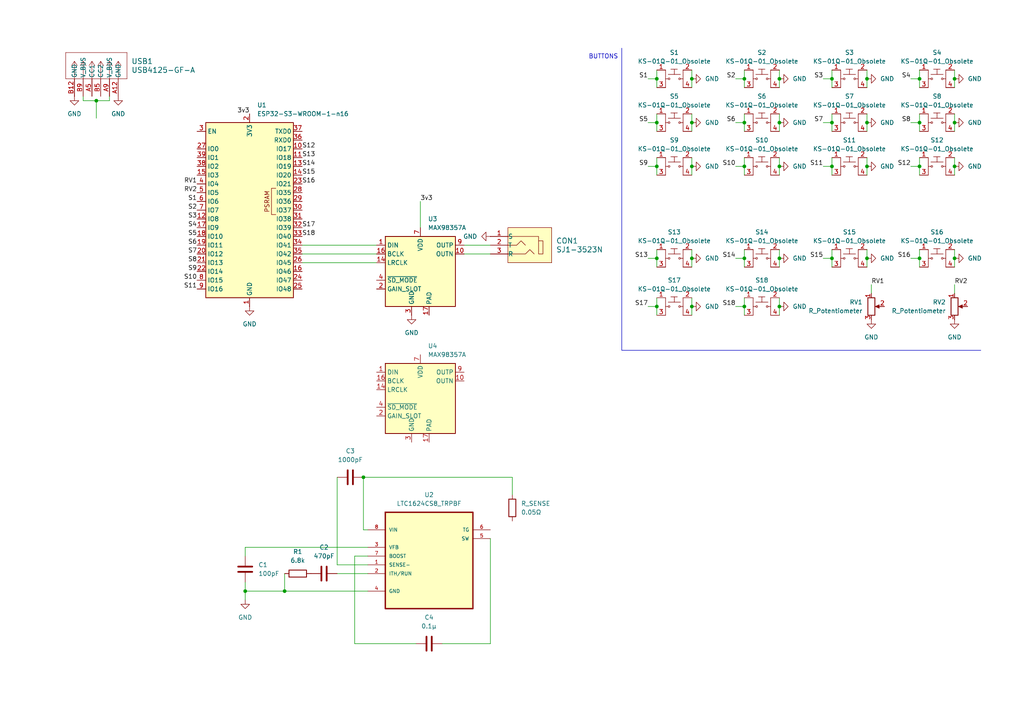
<source format=kicad_sch>
(kicad_sch (version 20231120) (generator "eeschema") (generator_version "8.0")
  (paper "A4")
  (lib_symbols
    (symbol "Audio:MAX98357A"
      (property "Reference" "U" (at -8.89 11.43 0))
      (property "Value" "MAX98357A" (at 10.16 11.43 0))
      (symbol "MAX98357A_1_1"
        (pin input line (at -12.7 7.62 0) (length 2.54) (name "DIN") (number "1"))
        (pin output line (at 12.7 5.08 180) (length 2.54) (name "OUTN") (number "10"))
        (pin passive line (at -2.54 -12.7 90) (length 2.54) hide (name "GND") (number "11"))
        (pin no_connect line (at 10.16 -5.08 180) (length 2.54) hide (name "NC") (number "12"))
        (pin no_connect line (at 10.16 -7.62 180) (length 2.54) hide (name "NC") (number "13"))
        (pin input line (at -12.7 2.54 0) (length 2.54) (name "LRCLK") (number "14"))
        (pin passive line (at -2.54 -12.7 90) (length 2.54) hide (name "GND") (number "15"))
        (pin input line (at -12.7 5.08 0) (length 2.54) (name "BCLK") (number "16"))
        (pin unspecified line (at 2.54 -12.7 90) (length 2.54) (name "PAD") (number "17"))
        (pin passive line (at -12.7 -5.08 0) (length 2.54) (name "GAIN_SLOT") (number "2"))
        (pin power_in line (at -2.54 -12.7 90) (length 2.54) (name "GND") (number "3"))
        (pin input line (at -12.7 -2.54 0) (length 2.54) (name "~{SD_MODE}") (number "4"))
        (pin no_connect line (at 10.16 2.54 180) (length 2.54) hide (name "NC") (number "5"))
        (pin no_connect line (at 10.16 0 180) (length 2.54) hide (name "NC") (number "6"))
        (pin power_in line (at 0 12.7 270) (length 2.54) (name "VDD") (number "7"))
        (pin passive line (at 0 12.7 270) (length 2.54) hide (name "VDD") (number "8"))
        (pin output line (at 12.7 7.62 180) (length 2.54) (name "OUTP") (number "9"))
      )
    )
    (symbol "Device:C" (pin_numbers hide) (pin_names (offset 0.254))
      (property "Reference" "C" (at 0.635 2.54 0))
      (property "Value" "C" (at 0.635 -2.54 0))
      (symbol "C_1_1"
        (pin passive line (at 0 3.81 270) (length 2.794) (name "~") (number "1"))
        (pin passive line (at 0 -3.81 90) (length 2.794) (name "~") (number "2"))
      )
    )
    (symbol "Device:R" (pin_numbers hide) (pin_names (offset 0))
      (property "Reference" "R" (at 2.032 0 90))
      (property "Value" "R" (at 0 0 90))
      (symbol "R_1_1"
        (pin passive line (at 0 3.81 270) (length 1.27) (name "~") (number "1"))
        (pin passive line (at 0 -3.81 90) (length 1.27) (name "~") (number "2"))
      )
    )
    (symbol "Device:R_Potentiometer" (pin_names (offset 1.016) hide)
      (property "Reference" "RV" (at -4.445 0 90))
      (property "Value" "R_Potentiometer" (at -2.54 0 90))
      (symbol "R_Potentiometer_1_1"
        (pin passive line (at 0 3.81 270) (length 1.27) (name "1") (number "1"))
        (pin passive line (at 3.81 0 180) (length 1.27) (name "2") (number "2"))
        (pin passive line (at 0 -3.81 90) (length 1.27) (name "3") (number "3"))
      )
    )
    (symbol "LTC1624CS8_TRPBF:LTC1624CS8_TRPBF" (pin_names (offset 1.016))
      (property "Reference" "U" (at -4.985 13.0984 0))
      (property "Value" "LTC1624CS8_TRPBF" (at -5.998 -22.0351 0))
      (symbol "LTC1624CS8_TRPBF_0_0"
        (pin input line (at -17.78 -5.08 0) (length 5.08) (name "SENSE-") (number "1"))
        (pin input line (at -17.78 -7.62 0) (length 5.08) (name "ITH/RUN") (number "2"))
        (pin input line (at -17.78 0 0) (length 5.08) (name "VFB") (number "3"))
        (pin passive line (at -17.78 -12.7 0) (length 5.08) (name "GND") (number "4"))
        (pin passive line (at 17.78 2.54 180) (length 5.08) (name "SW") (number "5"))
        (pin output line (at 17.78 5.08 180) (length 5.08) (name "TG") (number "6"))
        (pin power_in line (at -17.78 -2.54 0) (length 5.08) (name "BOOST") (number "7"))
        (pin power_in line (at -17.78 5.08 0) (length 5.08) (name "VIN") (number "8"))
      )
    )
    (symbol "RF_Module:ESP32-S3-WROOM-1"
      (property "Reference" "U" (at -12.7 26.67 0))
      (property "Value" "ESP32-S3-WROOM-1" (at 12.7 26.67 0))
      (symbol "ESP32-S3-WROOM-1_0_0"
        (text "PSRAM" (at 5.08 2.54 900) (effects (font (size 1.27 1.27))))
      )
      (symbol "ESP32-S3-WROOM-1_1_1"
        (pin power_in line (at 0 -27.94 90) (length 2.54) (name "GND") (number "1"))
        (pin bidirectional line (at 15.24 17.78 180) (length 2.54) (name "IO17") (number "10"))
        (pin bidirectional line (at 15.24 15.24 180) (length 2.54) (name "IO18") (number "11"))
        (pin bidirectional line (at -15.24 -2.54 0) (length 2.54) (name "IO8") (number "12"))
        (pin bidirectional line (at 15.24 12.7 180) (length 2.54) (name "IO19") (number "13"))
        (pin bidirectional line (at 15.24 10.16 180) (length 2.54) (name "IO20") (number "14"))
        (pin bidirectional line (at -15.24 10.16 0) (length 2.54) (name "IO3") (number "15"))
        (pin bidirectional line (at 15.24 -17.78 180) (length 2.54) (name "IO46") (number "16"))
        (pin bidirectional line (at -15.24 -5.08 0) (length 2.54) (name "IO9") (number "17"))
        (pin bidirectional line (at -15.24 -7.62 0) (length 2.54) (name "IO10") (number "18"))
        (pin bidirectional line (at -15.24 -10.16 0) (length 2.54) (name "IO11") (number "19"))
        (pin power_in line (at 0 27.94 270) (length 2.54) (name "3V3") (number "2"))
        (pin bidirectional line (at -15.24 -12.7 0) (length 2.54) (name "IO12") (number "20"))
        (pin bidirectional line (at -15.24 -15.24 0) (length 2.54) (name "IO13") (number "21"))
        (pin bidirectional line (at -15.24 -17.78 0) (length 2.54) (name "IO14") (number "22"))
        (pin bidirectional line (at 15.24 7.62 180) (length 2.54) (name "IO21") (number "23"))
        (pin bidirectional line (at 15.24 -20.32 180) (length 2.54) (name "IO47") (number "24"))
        (pin bidirectional line (at 15.24 -22.86 180) (length 2.54) (name "IO48") (number "25"))
        (pin bidirectional line (at 15.24 -15.24 180) (length 2.54) (name "IO45") (number "26"))
        (pin bidirectional line (at -15.24 17.78 0) (length 2.54) (name "IO0") (number "27"))
        (pin bidirectional line (at 15.24 5.08 180) (length 2.54) (name "IO35") (number "28"))
        (pin bidirectional line (at 15.24 2.54 180) (length 2.54) (name "IO36") (number "29"))
        (pin input line (at -15.24 22.86 0) (length 2.54) (name "EN") (number "3"))
        (pin bidirectional line (at 15.24 0 180) (length 2.54) (name "IO37") (number "30"))
        (pin bidirectional line (at 15.24 -2.54 180) (length 2.54) (name "IO38") (number "31"))
        (pin bidirectional line (at 15.24 -5.08 180) (length 2.54) (name "IO39") (number "32"))
        (pin bidirectional line (at 15.24 -7.62 180) (length 2.54) (name "IO40") (number "33"))
        (pin bidirectional line (at 15.24 -10.16 180) (length 2.54) (name "IO41") (number "34"))
        (pin bidirectional line (at 15.24 -12.7 180) (length 2.54) (name "IO42") (number "35"))
        (pin bidirectional line (at 15.24 20.32 180) (length 2.54) (name "RXD0") (number "36"))
        (pin bidirectional line (at 15.24 22.86 180) (length 2.54) (name "TXD0") (number "37"))
        (pin bidirectional line (at -15.24 12.7 0) (length 2.54) (name "IO2") (number "38"))
        (pin bidirectional line (at -15.24 15.24 0) (length 2.54) (name "IO1") (number "39"))
        (pin bidirectional line (at -15.24 7.62 0) (length 2.54) (name "IO4") (number "4"))
        (pin passive line (at 0 -27.94 90) (length 2.54) hide (name "GND") (number "40"))
        (pin passive line (at 0 -27.94 90) (length 2.54) hide (name "GND") (number "41"))
        (pin bidirectional line (at -15.24 5.08 0) (length 2.54) (name "IO5") (number "5"))
        (pin bidirectional line (at -15.24 2.54 0) (length 2.54) (name "IO6") (number "6"))
        (pin bidirectional line (at -15.24 0 0) (length 2.54) (name "IO7") (number "7"))
        (pin bidirectional line (at -15.24 -20.32 0) (length 2.54) (name "IO15") (number "8"))
        (pin bidirectional line (at -15.24 -22.86 0) (length 2.54) (name "IO16") (number "9"))
      )
    )
    (symbol "USB4125_GF_A:USB4125-GF-A" (pin_names (offset 0.254))
      (property "Reference" "USB" (at 1.27 12.7 0))
      (property "Value" "USB4125-GF-A" (at 1.016 10.16 0))
      (symbol "USB4125-GF-A_1_1"
        (pin input line (at -7.62 -6.35 0) (length 5.08) (name "GND") (number "A12"))
        (pin bidirectional line (at -7.62 1.27 0) (length 5.08) (name "CC1") (number "A5"))
        (pin output line (at -7.62 -3.81 0) (length 5.08) (name "V_BUS") (number "A9"))
        (pin input line (at -7.62 6.35 0) (length 5.08) (name "GND") (number "B12"))
        (pin bidirectional line (at -7.62 -1.27 0) (length 5.08) (name "CC2") (number "B5"))
        (pin output line (at -7.62 3.81 0) (length 5.08) (name "V_BUS") (number "B9"))
      )
      (symbol "USB4125-GF-A_1_2"
        (pin bidirectional line (at 0 -7.62 0) (length 5.08) (name "B5") (number "B5"))
      )
    )
    (symbol "dk_Barrel-Audio-Connectors:SJ1-3523N" (pin_names (offset 0.0508))
      (property "Reference" "CON" (at -7.62 6.35 0))
      (property "Value" "SJ1-3523N" (at -1.27 -6.35 0))
      (symbol "SJ1-3523N_1_1"
        (pin passive line (at 10.16 -2.54 180) (length 5.08) (name "S") (number "1"))
        (pin passive line (at 10.16 0 180) (length 5.08) (name "T") (number "2"))
        (pin passive line (at 10.16 2.54 180) (length 5.08) (name "R") (number "3"))
      )
    )
    (symbol "dk_Pushbutton-Switches:KS-01Q-01_Obsolete" (pin_names (offset 1.016))
      (property "Reference" "S" (at 0 5.08 0))
      (property "Value" "KS-01Q-01_Obsolete" (at 0 -4.445 0))
      (symbol "KS-01Q-01_Obsolete_1_1"
        (pin passive line (at -5.08 2.54 0) (length 2.54) (name "~") (number "1"))
        (pin passive line (at 5.08 2.54 180) (length 2.54) (name "~") (number "2"))
        (pin passive line (at -5.08 -2.54 0) (length 2.54) (name "~") (number "3"))
        (pin passive line (at 5.08 -2.54 180) (length 2.54) (name "~") (number "4"))
      )
    )
    (symbol "power:GND" (power) (pin_numbers hide) (pin_names (offset 0) hide)
      (property "Value" "GND" (at 0 -3.81 0))
      (symbol "GND_1_1"
        (pin power_in line (at 0 0 270) (length 0) (name "~") (number "1"))
      )
    )
  )
  (junction (at 226.06 22.86))
  (junction (at 266.7 35.56))
  (junction (at 251.46 74.93))
  (junction (at 190.5 35.56))
  (junction (at 215.9 74.93))
  (junction (at 190.5 74.93))
  (junction (at 276.86 48.26))
  (junction (at 241.3 48.26))
  (junction (at 226.06 48.26))
  (junction (at 200.66 22.86))
  (junction (at 215.9 88.9))
  (junction (at 82.55 171.45))
  (junction (at 71.12 171.45))
  (junction (at 190.5 88.9))
  (junction (at 251.46 35.56))
  (junction (at 105.41 138.43))
  (junction (at 226.06 35.56))
  (junction (at 266.7 48.26))
  (junction (at 200.66 88.9))
  (junction (at 200.66 74.93))
  (junction (at 215.9 22.86))
  (junction (at 241.3 22.86))
  (junction (at 215.9 35.56))
  (junction (at 276.86 74.93))
  (junction (at 200.66 35.56))
  (junction (at 241.3 74.93))
  (junction (at 190.5 22.86))
  (junction (at 215.9 48.26))
  (junction (at 226.06 74.93))
  (junction (at 276.86 35.56))
  (junction (at 251.46 22.86))
  (junction (at 241.3 35.56))
  (junction (at 251.46 48.26))
  (junction (at 266.7 22.86))
  (junction (at 200.66 48.26))
  (junction (at 266.7 74.93))
  (junction (at 226.06 88.9))
  (junction (at 190.5 48.26))
  (junction (at 27.94 29.21))
  (junction (at 276.86 22.86))
  (wire (pts (xy 251.46 20.32) (xy 251.46 22.86)))
  (wire (pts (xy 252.73 82.55) (xy 252.73 85.09)))
  (wire (pts (xy 71.12 171.45) (xy 71.12 173.99)))
  (wire (pts (xy 82.55 166.37) (xy 82.55 171.45)))
  (wire (pts (xy 102.87 161.29) (xy 106.68 161.29)))
  (wire (pts (xy 190.5 35.56) (xy 190.5 38.1)))
  (wire (pts (xy 226.06 33.02) (xy 226.06 35.56)))
  (wire (pts (xy 190.5 20.32) (xy 190.5 22.86)))
  (wire (pts (xy 241.3 74.93) (xy 241.3 77.47)))
  (wire (pts (xy 213.36 88.9) (xy 215.9 88.9)))
  (wire (pts (xy 200.66 74.93) (xy 200.66 77.47)))
  (wire (pts (xy 215.9 35.56) (xy 215.9 38.1)))
  (wire (pts (xy 200.66 72.39) (xy 200.66 74.93)))
  (wire (pts (xy 264.16 74.93) (xy 266.7 74.93)))
  (wire (pts (xy 213.36 48.26) (xy 215.9 48.26)))
  (wire (pts (xy 215.9 22.86) (xy 215.9 25.4)))
  (wire (pts (xy 97.79 166.37) (xy 106.68 166.37)))
  (wire (pts (xy 97.79 138.43) (xy 97.79 163.83)))
  (wire (pts (xy 105.41 138.43) (xy 148.59 138.43)))
  (wire (pts (xy 200.66 86.36) (xy 200.66 88.9)))
  (wire (pts (xy 200.66 88.9) (xy 200.66 91.44)))
  (wire (pts (xy 241.3 33.02) (xy 241.3 35.56)))
  (wire (pts (xy 266.7 48.26) (xy 266.7 50.8)))
  (wire (pts (xy 226.06 20.32) (xy 226.06 22.86)))
  (wire (pts (xy 251.46 74.93) (xy 251.46 77.47)))
  (wire (pts (xy 121.92 58.42) (xy 121.92 66.04)))
  (wire (pts (xy 276.86 33.02) (xy 276.86 35.56)))
  (wire (pts (xy 276.86 82.55) (xy 276.86 85.09)))
  (wire (pts (xy 238.76 74.93) (xy 241.3 74.93)))
  (wire (pts (xy 266.7 33.02) (xy 266.7 35.56)))
  (wire (pts (xy 102.87 186.69) (xy 120.65 186.69)))
  (wire (pts (xy 187.96 22.86) (xy 190.5 22.86)))
  (wire (pts (xy 276.86 20.32) (xy 276.86 22.86)))
  (wire (pts (xy 276.86 45.72) (xy 276.86 48.26)))
  (wire (pts (xy 71.12 171.45) (xy 82.55 171.45)))
  (wire (pts (xy 128.27 186.69) (xy 142.24 186.69)))
  (wire (pts (xy 266.7 22.86) (xy 266.7 25.4)))
  (wire (pts (xy 106.68 163.83) (xy 97.79 163.83)))
  (wire (pts (xy 215.9 20.32) (xy 215.9 22.86)))
  (wire (pts (xy 238.76 22.86) (xy 241.3 22.86)))
  (wire (pts (xy 266.7 35.56) (xy 266.7 38.1)))
  (wire (pts (xy 71.12 168.91) (xy 71.12 171.45)))
  (wire (pts (xy 266.7 45.72) (xy 266.7 48.26)))
  (wire (pts (xy 187.96 35.56) (xy 190.5 35.56)))
  (wire (pts (xy 215.9 48.26) (xy 215.9 50.8)))
  (wire (pts (xy 134.62 73.66) (xy 142.24 73.66)))
  (wire (pts (xy 226.06 88.9) (xy 226.06 91.44)))
  (wire (pts (xy 264.16 22.86) (xy 266.7 22.86)))
  (wire (pts (xy 87.63 71.12) (xy 109.22 71.12)))
  (wire (pts (xy 213.36 74.93) (xy 215.9 74.93)))
  (wire (pts (xy 276.86 74.93) (xy 276.86 77.47)))
  (wire (pts (xy 187.96 48.26) (xy 190.5 48.26)))
  (wire (pts (xy 200.66 22.86) (xy 200.66 25.4)))
  (wire (pts (xy 71.12 158.75) (xy 71.12 161.29)))
  (wire (pts (xy 251.46 72.39) (xy 251.46 74.93)))
  (wire (pts (xy 251.46 22.86) (xy 251.46 25.4)))
  (wire (pts (xy 190.5 45.72) (xy 190.5 48.26)))
  (wire (pts (xy 264.16 35.56) (xy 266.7 35.56)))
  (wire (pts (xy 238.76 48.26) (xy 241.3 48.26)))
  (wire (pts (xy 190.5 74.93) (xy 190.5 77.47)))
  (wire (pts (xy 215.9 74.93) (xy 215.9 77.47)))
  (wire (pts (xy 241.3 20.32) (xy 241.3 22.86)))
  (wire (pts (xy 187.96 88.9) (xy 190.5 88.9)))
  (wire (pts (xy 266.7 72.39) (xy 266.7 74.93)))
  (wire (pts (xy 213.36 22.86) (xy 215.9 22.86)))
  (wire (pts (xy 24.13 29.21) (xy 27.94 29.21)))
  (wire (pts (xy 27.94 29.21) (xy 27.94 34.29)))
  (wire (pts (xy 148.59 138.43) (xy 148.59 143.51)))
  (wire (pts (xy 241.3 72.39) (xy 241.3 74.93)))
  (wire (pts (xy 276.86 22.86) (xy 276.86 25.4)))
  (wire (pts (xy 226.06 45.72) (xy 226.06 48.26)))
  (wire (pts (xy 241.3 35.56) (xy 241.3 38.1)))
  (wire (pts (xy 213.36 35.56) (xy 215.9 35.56)))
  (wire (pts (xy 226.06 22.86) (xy 226.06 25.4)))
  (wire (pts (xy 190.5 72.39) (xy 190.5 74.93)))
  (wire (pts (xy 31.75 27.94) (xy 31.75 29.21)))
  (wire (pts (xy 105.41 138.43) (xy 105.41 153.67)))
  (wire (pts (xy 251.46 48.26) (xy 251.46 50.8)))
  (polyline (pts (xy 180.34 13.97) (xy 180.34 101.6)))
  (wire (pts (xy 200.66 45.72) (xy 200.66 48.26)))
  (wire (pts (xy 190.5 86.36) (xy 190.5 88.9)))
  (wire (pts (xy 226.06 48.26) (xy 226.06 50.8)))
  (wire (pts (xy 215.9 45.72) (xy 215.9 48.26)))
  (wire (pts (xy 226.06 72.39) (xy 226.06 74.93)))
  (wire (pts (xy 200.66 20.32) (xy 200.66 22.86)))
  (wire (pts (xy 241.3 22.86) (xy 241.3 25.4)))
  (wire (pts (xy 226.06 86.36) (xy 226.06 88.9)))
  (wire (pts (xy 105.41 153.67) (xy 106.68 153.67)))
  (wire (pts (xy 215.9 88.9) (xy 215.9 91.44)))
  (wire (pts (xy 251.46 33.02) (xy 251.46 35.56)))
  (wire (pts (xy 251.46 35.56) (xy 251.46 38.1)))
  (wire (pts (xy 241.3 48.26) (xy 241.3 50.8)))
  (wire (pts (xy 226.06 35.56) (xy 226.06 38.1)))
  (wire (pts (xy 200.66 35.56) (xy 200.66 38.1)))
  (wire (pts (xy 215.9 33.02) (xy 215.9 35.56)))
  (wire (pts (xy 276.86 35.56) (xy 276.86 38.1)))
  (wire (pts (xy 226.06 74.93) (xy 226.06 77.47)))
  (wire (pts (xy 27.94 29.21) (xy 31.75 29.21)))
  (wire (pts (xy 87.63 76.2) (xy 109.22 76.2)))
  (polyline (pts (xy 284.48 101.6) (xy 180.34 101.6)))
  (wire (pts (xy 190.5 88.9) (xy 190.5 91.44)))
  (wire (pts (xy 24.13 27.94) (xy 24.13 29.21)))
  (wire (pts (xy 266.7 74.93) (xy 266.7 77.47)))
  (wire (pts (xy 215.9 72.39) (xy 215.9 74.93)))
  (wire (pts (xy 190.5 33.02) (xy 190.5 35.56)))
  (wire (pts (xy 200.66 48.26) (xy 200.66 50.8)))
  (wire (pts (xy 241.3 45.72) (xy 241.3 48.26)))
  (wire (pts (xy 87.63 73.66) (xy 109.22 73.66)))
  (wire (pts (xy 71.12 158.75) (xy 106.68 158.75)))
  (wire (pts (xy 276.86 72.39) (xy 276.86 74.93)))
  (wire (pts (xy 251.46 45.72) (xy 251.46 48.26)))
  (wire (pts (xy 200.66 33.02) (xy 200.66 35.56)))
  (wire (pts (xy 264.16 48.26) (xy 266.7 48.26)))
  (wire (pts (xy 134.62 71.12) (xy 142.24 71.12)))
  (wire (pts (xy 238.76 35.56) (xy 241.3 35.56)))
  (wire (pts (xy 266.7 20.32) (xy 266.7 22.86)))
  (wire (pts (xy 276.86 48.26) (xy 276.86 50.8)))
  (wire (pts (xy 215.9 86.36) (xy 215.9 88.9)))
  (wire (pts (xy 187.96 74.93) (xy 190.5 74.93)))
  (wire (pts (xy 190.5 22.86) (xy 190.5 25.4)))
  (wire (pts (xy 190.5 48.26) (xy 190.5 50.8)))
  (wire (pts (xy 82.55 171.45) (xy 106.68 171.45)))
  (wire (pts (xy 142.24 156.21) (xy 142.24 186.69)))
  (wire (pts (xy 102.87 161.29) (xy 102.87 186.69)))
  (text "BUTTONS" (at 175.006 16.51 0) (effects (font (size 1.27 1.27))))
  (label "S17" (at 187.96 88.9 180))
  (label "S6" (at 213.36 35.56 180))
  (label "S13" (at 87.63 45.72 0))
  (label "S7" (at 57.15 73.66 180))
  (label "S9" (at 57.15 78.74 180))
  (label "S4" (at 264.16 22.86 180))
  (label "S12" (at 264.16 48.26 180))
  (label "S9" (at 187.96 48.26 180))
  (label "S14" (at 87.63 48.26 0))
  (label "S1" (at 187.96 22.86 180))
  (label "S3" (at 238.76 22.86 180))
  (label "S17" (at 87.63 66.04 0))
  (label "S8" (at 264.16 35.56 180))
  (label "3v3" (at 121.92 58.42 0))
  (label "RV1" (at 252.73 82.55 0))
  (label "S16" (at 264.16 74.93 180))
  (label "S13" (at 187.96 74.93 180))
  (label "S14" (at 213.36 74.93 180))
  (label "S6" (at 57.15 71.12 180))
  (label "S5" (at 187.96 35.56 180))
  (label "S4" (at 57.15 66.04 180))
  (label "RV1" (at 57.15 53.34 180))
  (label "S10" (at 57.15 81.28 180))
  (label "S3" (at 57.15 63.5 180))
  (label "S15" (at 87.63 50.8 0))
  (label "S5" (at 57.15 68.58 180))
  (label "S7" (at 238.76 35.56 180))
  (label "S11" (at 57.15 83.82 180))
  (label "S10" (at 213.36 48.26 180))
  (label "RV2" (at 57.15 55.88 180))
  (label "S1" (at 57.15 58.42 180))
  (label "S18" (at 213.36 88.9 180))
  (label "3v3" (at 72.39 33.02 180))
  (label "S2" (at 213.36 22.86 180))
  (label "S2" (at 57.15 60.96 180))
  (label "S15" (at 238.76 74.93 180))
  (label "S18" (at 87.63 68.58 0))
  (label "RV2" (at 276.86 82.55 0))
  (label "S11" (at 238.76 48.26 180))
  (label "S8" (at 57.15 76.2 180))
  (label "S12" (at 87.63 43.18 0))
  (label "S16" (at 87.63 53.34 0))
  (symbol (lib_id "Device:R") (at 148.59 147.32 180) (unit 1)
    (property "Reference" "R_SENSE" (at 151.13 146.0499 0) (effects (justify right)))
    (property "Value" "0.05Ω" (at 151.13 148.5899 0) (effects (justify right)))
    (property "Description" "Resistor" (effects (hide yes)))
  )
  (symbol (lib_id "power:GND") (at 72.39 88.9 0) (unit 1)
    (property "Reference" "#PWR024" (effects (hide yes)))
    (property "Value" "GND" (at 72.39 93.98 0))
    (property "Description" "Power symbol creates a global label with name \"GND\" , ground" (effects (hide yes)))
  )
  (symbol (lib_id "dk_Pushbutton-Switches:KS-01Q-01_Obsolete") (at 220.98 22.86 0) (unit 1)
    (property "Reference" "S2" (at 220.98 15.24 0))
    (property "Value" "KS-01Q-01_Obsolete" (at 220.98 17.78 0))
    (property "Footprint" "digikey-footprints:PushButton_Round_D12mm_THT_KS-01Q-01" (effects (hide yes)))
    (property "Datasheet" "http://spec_sheets.e-switch.com/specs/29-KS01Q01.pdf" (effects (hide yes)))
    (property "Description" "SWITCH PUSH SPST-NO 0.01A 35V" (effects (hide yes)))
    (property "Digi-Key_PN" "EG4791-ND" (effects (hide yes)))
    (property "MPN" "KS-01Q-01" (effects (hide yes)))
    (property "Category" "Switches" (effects (hide yes)))
    (property "Family" "Pushbutton Switches" (effects (hide yes)))
    (property "DK_Datasheet_Link" "http://spec_sheets.e-switch.com/specs/29-KS01Q01.pdf" (effects (hide yes)))
    (property "DK_Detail_Page" "/product-detail/en/e-switch/KS-01Q-01/EG4791-ND/2116270" (effects (hide yes)))
    (property "Description_1" "SWITCH PUSH SPST-NO 0.01A 35V" (effects (hide yes)))
    (property "Manufacturer" "E-Switch" (effects (hide yes)))
    (property "Status" "Obsolete NonStock" (effects (hide yes)))
  )
  (symbol (lib_id "Device:C") (at 93.98 166.37 90) (unit 1)
    (property "Reference" "C2" (at 93.98 158.75 90))
    (property "Value" "470pF" (at 93.98 161.29 90))
    (property "Description" "Unpolarized capacitor" (effects (hide yes)))
  )
  (symbol (lib_id "dk_Pushbutton-Switches:KS-01Q-01_Obsolete") (at 220.98 48.26 0) (unit 1)
    (property "Reference" "S10" (at 220.98 40.64 0))
    (property "Value" "KS-01Q-01_Obsolete" (at 220.98 43.18 0))
    (property "Footprint" "digikey-footprints:PushButton_Round_D12mm_THT_KS-01Q-01" (effects (hide yes)))
    (property "Datasheet" "http://spec_sheets.e-switch.com/specs/29-KS01Q01.pdf" (effects (hide yes)))
    (property "Description" "SWITCH PUSH SPST-NO 0.01A 35V" (effects (hide yes)))
    (property "Digi-Key_PN" "EG4791-ND" (effects (hide yes)))
    (property "MPN" "KS-01Q-01" (effects (hide yes)))
    (property "Category" "Switches" (effects (hide yes)))
    (property "Family" "Pushbutton Switches" (effects (hide yes)))
    (property "DK_Datasheet_Link" "http://spec_sheets.e-switch.com/specs/29-KS01Q01.pdf" (effects (hide yes)))
    (property "DK_Detail_Page" "/product-detail/en/e-switch/KS-01Q-01/EG4791-ND/2116270" (effects (hide yes)))
    (property "Description_1" "SWITCH PUSH SPST-NO 0.01A 35V" (effects (hide yes)))
    (property "Manufacturer" "E-Switch" (effects (hide yes)))
    (property "Status" "Obsolete NonStock" (effects (hide yes)))
  )
  (symbol (lib_id "power:GND") (at 119.38 91.44 0) (unit 1)
    (property "Reference" "#PWR025" (effects (hide yes)))
    (property "Value" "GND" (at 119.38 96.52 0))
    (property "Description" "Power symbol creates a global label with name \"GND\" , ground" (effects (hide yes)))
  )
  (symbol (lib_id "dk_Pushbutton-Switches:KS-01Q-01_Obsolete") (at 246.38 35.56 0) (unit 1)
    (property "Reference" "S7" (at 246.38 27.94 0))
    (property "Value" "KS-01Q-01_Obsolete" (at 246.38 30.48 0))
    (property "Footprint" "digikey-footprints:PushButton_Round_D12mm_THT_KS-01Q-01" (effects (hide yes)))
    (property "Datasheet" "http://spec_sheets.e-switch.com/specs/29-KS01Q01.pdf" (effects (hide yes)))
    (property "Description" "SWITCH PUSH SPST-NO 0.01A 35V" (effects (hide yes)))
    (property "Digi-Key_PN" "EG4791-ND" (effects (hide yes)))
    (property "MPN" "KS-01Q-01" (effects (hide yes)))
    (property "Category" "Switches" (effects (hide yes)))
    (property "Family" "Pushbutton Switches" (effects (hide yes)))
    (property "DK_Datasheet_Link" "http://spec_sheets.e-switch.com/specs/29-KS01Q01.pdf" (effects (hide yes)))
    (property "DK_Detail_Page" "/product-detail/en/e-switch/KS-01Q-01/EG4791-ND/2116270" (effects (hide yes)))
    (property "Description_1" "SWITCH PUSH SPST-NO 0.01A 35V" (effects (hide yes)))
    (property "Manufacturer" "E-Switch" (effects (hide yes)))
    (property "Status" "Obsolete NonStock" (effects (hide yes)))
  )
  (symbol (lib_id "dk_Pushbutton-Switches:KS-01Q-01_Obsolete") (at 220.98 88.9 0) (unit 1)
    (property "Reference" "S18" (at 220.98 81.28 0))
    (property "Value" "KS-01Q-01_Obsolete" (at 220.98 83.82 0))
    (property "Footprint" "digikey-footprints:PushButton_Round_D12mm_THT_KS-01Q-01" (effects (hide yes)))
    (property "Datasheet" "http://spec_sheets.e-switch.com/specs/29-KS01Q01.pdf" (effects (hide yes)))
    (property "Description" "SWITCH PUSH SPST-NO 0.01A 35V" (effects (hide yes)))
    (property "Digi-Key_PN" "EG4791-ND" (effects (hide yes)))
    (property "MPN" "KS-01Q-01" (effects (hide yes)))
    (property "Category" "Switches" (effects (hide yes)))
    (property "Family" "Pushbutton Switches" (effects (hide yes)))
    (property "DK_Datasheet_Link" "http://spec_sheets.e-switch.com/specs/29-KS01Q01.pdf" (effects (hide yes)))
    (property "DK_Detail_Page" "/product-detail/en/e-switch/KS-01Q-01/EG4791-ND/2116270" (effects (hide yes)))
    (property "Description_1" "SWITCH PUSH SPST-NO 0.01A 35V" (effects (hide yes)))
    (property "Manufacturer" "E-Switch" (effects (hide yes)))
    (property "Status" "Obsolete NonStock" (effects (hide yes)))
  )
  (symbol (lib_id "Device:R_Potentiometer") (at 276.86 88.9 0) (unit 1)
    (property "Reference" "RV2" (at 274.32 87.6299 0) (effects (justify right)))
    (property "Value" "R_Potentiometer" (at 274.32 90.1699 0) (effects (justify right)))
    (property "Description" "Potentiometer" (effects (hide yes)))
  )
  (symbol (lib_id "Audio:MAX98357A") (at 121.92 78.74 0) (unit 1)
    (property "Reference" "U3" (at 124.1141 63.5 0) (effects (justify left)))
    (property "Value" "MAX98357A" (at 124.1141 66.04 0) (effects (justify left)))
    (property "Footprint" "Package_DFN_QFN:TQFN-16-1EP_3x3mm_P0.5mm_EP1.23x1.23mm" (effects (hide yes)))
    (property "Datasheet" "https://www.analog.com/media/en/technical-documentation/data-sheets/MAX98357A-MAX98357B.pdf" (effects (hide yes)))
    (property "Description" "Mono DAC with amplifier, I2S, PCM, TDM, 32-bit, 96khz, 3.2W, TQFP-16" (effects (hide yes)))
  )
  (symbol (lib_id "dk_Pushbutton-Switches:KS-01Q-01_Obsolete") (at 195.58 88.9 0) (unit 1)
    (property "Reference" "S17" (at 195.58 81.28 0))
    (property "Value" "KS-01Q-01_Obsolete" (at 195.58 83.82 0))
    (property "Footprint" "digikey-footprints:PushButton_Round_D12mm_THT_KS-01Q-01" (effects (hide yes)))
    (property "Datasheet" "http://spec_sheets.e-switch.com/specs/29-KS01Q01.pdf" (effects (hide yes)))
    (property "Description" "SWITCH PUSH SPST-NO 0.01A 35V" (effects (hide yes)))
    (property "Digi-Key_PN" "EG4791-ND" (effects (hide yes)))
    (property "MPN" "KS-01Q-01" (effects (hide yes)))
    (property "Category" "Switches" (effects (hide yes)))
    (property "Family" "Pushbutton Switches" (effects (hide yes)))
    (property "DK_Datasheet_Link" "http://spec_sheets.e-switch.com/specs/29-KS01Q01.pdf" (effects (hide yes)))
    (property "DK_Detail_Page" "/product-detail/en/e-switch/KS-01Q-01/EG4791-ND/2116270" (effects (hide yes)))
    (property "Description_1" "SWITCH PUSH SPST-NO 0.01A 35V" (effects (hide yes)))
    (property "Manufacturer" "E-Switch" (effects (hide yes)))
    (property "Status" "Obsolete NonStock" (effects (hide yes)))
  )
  (symbol (lib_id "dk_Pushbutton-Switches:KS-01Q-01_Obsolete") (at 195.58 74.93 0) (unit 1)
    (property "Reference" "S13" (at 195.58 67.31 0))
    (property "Value" "KS-01Q-01_Obsolete" (at 195.58 69.85 0))
    (property "Footprint" "digikey-footprints:PushButton_Round_D12mm_THT_KS-01Q-01" (effects (hide yes)))
    (property "Datasheet" "http://spec_sheets.e-switch.com/specs/29-KS01Q01.pdf" (effects (hide yes)))
    (property "Description" "SWITCH PUSH SPST-NO 0.01A 35V" (effects (hide yes)))
    (property "Digi-Key_PN" "EG4791-ND" (effects (hide yes)))
    (property "MPN" "KS-01Q-01" (effects (hide yes)))
    (property "Category" "Switches" (effects (hide yes)))
    (property "Family" "Pushbutton Switches" (effects (hide yes)))
    (property "DK_Datasheet_Link" "http://spec_sheets.e-switch.com/specs/29-KS01Q01.pdf" (effects (hide yes)))
    (property "DK_Detail_Page" "/product-detail/en/e-switch/KS-01Q-01/EG4791-ND/2116270" (effects (hide yes)))
    (property "Description_1" "SWITCH PUSH SPST-NO 0.01A 35V" (effects (hide yes)))
    (property "Manufacturer" "E-Switch" (effects (hide yes)))
    (property "Status" "Obsolete NonStock" (effects (hide yes)))
  )
  (symbol (lib_id "dk_Pushbutton-Switches:KS-01Q-01_Obsolete") (at 246.38 48.26 0) (unit 1)
    (property "Reference" "S11" (at 246.38 40.64 0))
    (property "Value" "KS-01Q-01_Obsolete" (at 246.38 43.18 0))
    (property "Footprint" "digikey-footprints:PushButton_Round_D12mm_THT_KS-01Q-01" (effects (hide yes)))
    (property "Datasheet" "http://spec_sheets.e-switch.com/specs/29-KS01Q01.pdf" (effects (hide yes)))
    (property "Description" "SWITCH PUSH SPST-NO 0.01A 35V" (effects (hide yes)))
    (property "Digi-Key_PN" "EG4791-ND" (effects (hide yes)))
    (property "MPN" "KS-01Q-01" (effects (hide yes)))
    (property "Category" "Switches" (effects (hide yes)))
    (property "Family" "Pushbutton Switches" (effects (hide yes)))
    (property "DK_Datasheet_Link" "http://spec_sheets.e-switch.com/specs/29-KS01Q01.pdf" (effects (hide yes)))
    (property "DK_Detail_Page" "/product-detail/en/e-switch/KS-01Q-01/EG4791-ND/2116270" (effects (hide yes)))
    (property "Description_1" "SWITCH PUSH SPST-NO 0.01A 35V" (effects (hide yes)))
    (property "Manufacturer" "E-Switch" (effects (hide yes)))
    (property "Status" "Obsolete NonStock" (effects (hide yes)))
  )
  (symbol (lib_id "Device:C") (at 101.6 138.43 90) (unit 1)
    (property "Reference" "C3" (at 101.6 130.81 90))
    (property "Value" "1000pF" (at 101.6 133.35 90))
    (property "Description" "Unpolarized capacitor" (effects (hide yes)))
  )
  (symbol (lib_id "power:GND") (at 251.46 35.56 90) (unit 1)
    (property "Reference" "#PWR07" (effects (hide yes)))
    (property "Value" "GND" (at 255.27 35.5599 90) (effects (justify right)))
    (property "Description" "Power symbol creates a global label with name \"GND\" , ground" (effects (hide yes)))
  )
  (symbol (lib_id "power:GND") (at 226.06 22.86 90) (unit 1)
    (property "Reference" "#PWR02" (effects (hide yes)))
    (property "Value" "GND" (at 229.87 22.8599 90) (effects (justify right)))
    (property "Description" "Power symbol creates a global label with name \"GND\" , ground" (effects (hide yes)))
  )
  (symbol (lib_id "dk_Barrel-Audio-Connectors:SJ1-3523N") (at 152.4 71.12 180) (unit 1)
    (property "Reference" "CON1" (at 161.29 69.8499 0) (effects (font (size 1.524 1.524)) (justify right)))
    (property "Value" "SJ1-3523N" (at 161.29 72.3899 0) (effects (font (size 1.524 1.524)) (justify right)))
    (property "Footprint" "digikey-footprints:Headphone_Jack_3.5mm_SJ1-3523N" (effects (hide yes)))
    (property "Datasheet" "https://www.cui.com/product/resource/digikeypdf/sj1-352xn_series.pdf" (effects (hide yes)))
    (property "Description" "CONN JACK STEREO 3.5MM R/A" (effects (hide yes)))
    (property "Digi-Key_PN" "CP1-3523N-ND" (effects (hide yes)))
    (property "MPN" "SJ1-3523N" (effects (hide yes)))
    (property "Category" "Connectors, Interconnects" (effects (hide yes)))
    (property "Family" "Barrel - Audio Connectors" (effects (hide yes)))
    (property "DK_Datasheet_Link" "https://www.cui.com/product/resource/digikeypdf/sj1-352xn_series.pdf" (effects (hide yes)))
    (property "DK_Detail_Page" "/product-detail/en/cui-inc/SJ1-3523N/CP1-3523N-ND/738689" (effects (hide yes)))
    (property "Description_1" "CONN JACK STEREO 3.5MM R/A" (effects (hide yes)))
    (property "Manufacturer" "CUI Inc." (effects (hide yes)))
    (property "Status" "Active" (effects (hide yes)))
  )
  (symbol (lib_id "dk_Pushbutton-Switches:KS-01Q-01_Obsolete") (at 271.78 74.93 0) (unit 1)
    (property "Reference" "S16" (at 271.78 67.31 0))
    (property "Value" "KS-01Q-01_Obsolete" (at 271.78 69.85 0))
    (property "Footprint" "digikey-footprints:PushButton_Round_D12mm_THT_KS-01Q-01" (effects (hide yes)))
    (property "Datasheet" "http://spec_sheets.e-switch.com/specs/29-KS01Q01.pdf" (effects (hide yes)))
    (property "Description" "SWITCH PUSH SPST-NO 0.01A 35V" (effects (hide yes)))
    (property "Digi-Key_PN" "EG4791-ND" (effects (hide yes)))
    (property "MPN" "KS-01Q-01" (effects (hide yes)))
    (property "Category" "Switches" (effects (hide yes)))
    (property "Family" "Pushbutton Switches" (effects (hide yes)))
    (property "DK_Datasheet_Link" "http://spec_sheets.e-switch.com/specs/29-KS01Q01.pdf" (effects (hide yes)))
    (property "DK_Detail_Page" "/product-detail/en/e-switch/KS-01Q-01/EG4791-ND/2116270" (effects (hide yes)))
    (property "Description_1" "SWITCH PUSH SPST-NO 0.01A 35V" (effects (hide yes)))
    (property "Manufacturer" "E-Switch" (effects (hide yes)))
    (property "Status" "Obsolete NonStock" (effects (hide yes)))
  )
  (symbol (lib_id "dk_Pushbutton-Switches:KS-01Q-01_Obsolete") (at 246.38 22.86 0) (unit 1)
    (property "Reference" "S3" (at 246.38 15.24 0))
    (property "Value" "KS-01Q-01_Obsolete" (at 246.38 17.78 0))
    (property "Footprint" "digikey-footprints:PushButton_Round_D12mm_THT_KS-01Q-01" (effects (hide yes)))
    (property "Datasheet" "http://spec_sheets.e-switch.com/specs/29-KS01Q01.pdf" (effects (hide yes)))
    (property "Description" "SWITCH PUSH SPST-NO 0.01A 35V" (effects (hide yes)))
    (property "Digi-Key_PN" "EG4791-ND" (effects (hide yes)))
    (property "MPN" "KS-01Q-01" (effects (hide yes)))
    (property "Category" "Switches" (effects (hide yes)))
    (property "Family" "Pushbutton Switches" (effects (hide yes)))
    (property "DK_Datasheet_Link" "http://spec_sheets.e-switch.com/specs/29-KS01Q01.pdf" (effects (hide yes)))
    (property "DK_Detail_Page" "/product-detail/en/e-switch/KS-01Q-01/EG4791-ND/2116270" (effects (hide yes)))
    (property "Description_1" "SWITCH PUSH SPST-NO 0.01A 35V" (effects (hide yes)))
    (property "Manufacturer" "E-Switch" (effects (hide yes)))
    (property "Status" "Obsolete NonStock" (effects (hide yes)))
  )
  (symbol (lib_id "power:GND") (at 34.29 27.94 0) (unit 1)
    (property "Reference" "#PWR023" (effects (hide yes)))
    (property "Value" "GND" (at 34.29 33.02 0))
    (property "Description" "Power symbol creates a global label with name \"GND\" , ground" (effects (hide yes)))
  )
  (symbol (lib_id "LTC1624CS8_TRPBF:LTC1624CS8_TRPBF") (at 124.46 158.75 0) (unit 1)
    (property "Reference" "U2" (at 124.46 143.51 0))
    (property "Value" "LTC1624CS8_TRPBF" (at 124.46 146.05 0))
    (property "Footprint" "LTC1624CS8_TRPBF:SOIC127P600X175-8N" (effects (hide yes)))
    (property "MPN" "LTC1624CS8#PBF" (effects (hide yes)))
    (property "OC_FARNELL" "1273889" (effects (hide yes)))
    (property "OC_NEWARK" "56M2686" (effects (hide yes)))
    (property "SUPPLIER" "Linear Technology" (effects (hide yes)))
    (property "PACKAGE" "SOIC-8" (effects (hide yes)))
  )
  (symbol (lib_id "power:GND") (at 276.86 22.86 90) (unit 1)
    (property "Reference" "#PWR04" (effects (hide yes)))
    (property "Value" "GND" (at 280.67 22.8599 90) (effects (justify right)))
    (property "Description" "Power symbol creates a global label with name \"GND\" , ground" (effects (hide yes)))
  )
  (symbol (lib_id "power:GND") (at 251.46 48.26 90) (unit 1)
    (property "Reference" "#PWR011" (effects (hide yes)))
    (property "Value" "GND" (at 255.27 48.2599 90) (effects (justify right)))
    (property "Description" "Power symbol creates a global label with name \"GND\" , ground" (effects (hide yes)))
  )
  (symbol (lib_id "Device:C") (at 124.46 186.69 270) (unit 1)
    (property "Reference" "C4" (at 124.46 179.07 90))
    (property "Value" "0.1µ" (at 124.46 181.61 90))
    (property "Description" "Unpolarized capacitor" (effects (hide yes)))
  )
  (symbol (lib_id "power:GND") (at 276.86 48.26 90) (unit 1)
    (property "Reference" "#PWR012" (effects (hide yes)))
    (property "Value" "GND" (at 280.67 48.2599 90) (effects (justify right)))
    (property "Description" "Power symbol creates a global label with name \"GND\" , ground" (effects (hide yes)))
  )
  (symbol (lib_id "dk_Pushbutton-Switches:KS-01Q-01_Obsolete") (at 271.78 35.56 0) (unit 1)
    (property "Reference" "S8" (at 271.78 27.94 0))
    (property "Value" "KS-01Q-01_Obsolete" (at 271.78 30.48 0))
    (property "Footprint" "digikey-footprints:PushButton_Round_D12mm_THT_KS-01Q-01" (effects (hide yes)))
    (property "Datasheet" "http://spec_sheets.e-switch.com/specs/29-KS01Q01.pdf" (effects (hide yes)))
    (property "Description" "SWITCH PUSH SPST-NO 0.01A 35V" (effects (hide yes)))
    (property "Digi-Key_PN" "EG4791-ND" (effects (hide yes)))
    (property "MPN" "KS-01Q-01" (effects (hide yes)))
    (property "Category" "Switches" (effects (hide yes)))
    (property "Family" "Pushbutton Switches" (effects (hide yes)))
    (property "DK_Datasheet_Link" "http://spec_sheets.e-switch.com/specs/29-KS01Q01.pdf" (effects (hide yes)))
    (property "DK_Detail_Page" "/product-detail/en/e-switch/KS-01Q-01/EG4791-ND/2116270" (effects (hide yes)))
    (property "Description_1" "SWITCH PUSH SPST-NO 0.01A 35V" (effects (hide yes)))
    (property "Manufacturer" "E-Switch" (effects (hide yes)))
    (property "Status" "Obsolete NonStock" (effects (hide yes)))
  )
  (symbol (lib_id "power:GND") (at 200.66 74.93 90) (unit 1)
    (property "Reference" "#PWR013" (effects (hide yes)))
    (property "Value" "GND" (at 204.47 74.9299 90) (effects (justify right)))
    (property "Description" "Power symbol creates a global label with name \"GND\" , ground" (effects (hide yes)))
  )
  (symbol (lib_id "power:GND") (at 142.24 68.58 270) (unit 1)
    (property "Reference" "#PWR027" (effects (hide yes)))
    (property "Value" "GND" (at 138.43 68.5799 90) (effects (justify right)))
    (property "Description" "Power symbol creates a global label with name \"GND\" , ground" (effects (hide yes)))
  )
  (symbol (lib_id "power:GND") (at 251.46 74.93 90) (unit 1)
    (property "Reference" "#PWR015" (effects (hide yes)))
    (property "Value" "GND" (at 255.27 74.9299 90) (effects (justify right)))
    (property "Description" "Power symbol creates a global label with name \"GND\" , ground" (effects (hide yes)))
  )
  (symbol (lib_id "power:GND") (at 226.06 74.93 90) (unit 1)
    (property "Reference" "#PWR014" (effects (hide yes)))
    (property "Value" "GND" (at 229.87 74.9299 90) (effects (justify right)))
    (property "Description" "Power symbol creates a global label with name \"GND\" , ground" (effects (hide yes)))
  )
  (symbol (lib_id "power:GND") (at 200.66 22.86 90) (unit 1)
    (property "Reference" "#PWR01" (effects (hide yes)))
    (property "Value" "GND" (at 204.47 22.8599 90) (effects (justify right)))
    (property "Description" "Power symbol creates a global label with name \"GND\" , ground" (effects (hide yes)))
  )
  (symbol (lib_id "power:GND") (at 226.06 35.56 90) (unit 1)
    (property "Reference" "#PWR06" (effects (hide yes)))
    (property "Value" "GND" (at 229.87 35.5599 90) (effects (justify right)))
    (property "Description" "Power symbol creates a global label with name \"GND\" , ground" (effects (hide yes)))
  )
  (symbol (lib_id "power:GND") (at 200.66 35.56 90) (unit 1)
    (property "Reference" "#PWR05" (effects (hide yes)))
    (property "Value" "GND" (at 204.47 35.5599 90) (effects (justify right)))
    (property "Description" "Power symbol creates a global label with name \"GND\" , ground" (effects (hide yes)))
  )
  (symbol (lib_id "dk_Pushbutton-Switches:KS-01Q-01_Obsolete") (at 195.58 35.56 0) (unit 1)
    (property "Reference" "S5" (at 195.58 27.94 0))
    (property "Value" "KS-01Q-01_Obsolete" (at 195.58 30.48 0))
    (property "Footprint" "digikey-footprints:PushButton_Round_D12mm_THT_KS-01Q-01" (effects (hide yes)))
    (property "Datasheet" "http://spec_sheets.e-switch.com/specs/29-KS01Q01.pdf" (effects (hide yes)))
    (property "Description" "SWITCH PUSH SPST-NO 0.01A 35V" (effects (hide yes)))
    (property "Digi-Key_PN" "EG4791-ND" (effects (hide yes)))
    (property "MPN" "KS-01Q-01" (effects (hide yes)))
    (property "Category" "Switches" (effects (hide yes)))
    (property "Family" "Pushbutton Switches" (effects (hide yes)))
    (property "DK_Datasheet_Link" "http://spec_sheets.e-switch.com/specs/29-KS01Q01.pdf" (effects (hide yes)))
    (property "DK_Detail_Page" "/product-detail/en/e-switch/KS-01Q-01/EG4791-ND/2116270" (effects (hide yes)))
    (property "Description_1" "SWITCH PUSH SPST-NO 0.01A 35V" (effects (hide yes)))
    (property "Manufacturer" "E-Switch" (effects (hide yes)))
    (property "Status" "Obsolete NonStock" (effects (hide yes)))
  )
  (symbol (lib_id "dk_Pushbutton-Switches:KS-01Q-01_Obsolete") (at 246.38 74.93 0) (unit 1)
    (property "Reference" "S15" (at 246.38 67.31 0))
    (property "Value" "KS-01Q-01_Obsolete" (at 246.38 69.85 0))
    (property "Footprint" "digikey-footprints:PushButton_Round_D12mm_THT_KS-01Q-01" (effects (hide yes)))
    (property "Datasheet" "http://spec_sheets.e-switch.com/specs/29-KS01Q01.pdf" (effects (hide yes)))
    (property "Description" "SWITCH PUSH SPST-NO 0.01A 35V" (effects (hide yes)))
    (property "Digi-Key_PN" "EG4791-ND" (effects (hide yes)))
    (property "MPN" "KS-01Q-01" (effects (hide yes)))
    (property "Category" "Switches" (effects (hide yes)))
    (property "Family" "Pushbutton Switches" (effects (hide yes)))
    (property "DK_Datasheet_Link" "http://spec_sheets.e-switch.com/specs/29-KS01Q01.pdf" (effects (hide yes)))
    (property "DK_Detail_Page" "/product-detail/en/e-switch/KS-01Q-01/EG4791-ND/2116270" (effects (hide yes)))
    (property "Description_1" "SWITCH PUSH SPST-NO 0.01A 35V" (effects (hide yes)))
    (property "Manufacturer" "E-Switch" (effects (hide yes)))
    (property "Status" "Obsolete NonStock" (effects (hide yes)))
  )
  (symbol (lib_id "power:GND") (at 71.12 173.99 0) (unit 1)
    (property "Reference" "#PWR021" (effects (hide yes)))
    (property "Value" "GND" (at 71.12 179.07 0))
    (property "Description" "Power symbol creates a global label with name \"GND\" , ground" (effects (hide yes)))
  )
  (symbol (lib_id "Device:C") (at 71.12 165.1 0) (unit 1)
    (property "Reference" "C1" (at 74.93 163.8299 0) (effects (justify left)))
    (property "Value" "100pF" (at 74.93 166.3699 0) (effects (justify left)))
    (property "Description" "Unpolarized capacitor" (effects (hide yes)))
  )
  (symbol (lib_id "dk_Pushbutton-Switches:KS-01Q-01_Obsolete") (at 220.98 74.93 0) (unit 1)
    (property "Reference" "S14" (at 220.98 67.31 0))
    (property "Value" "KS-01Q-01_Obsolete" (at 220.98 69.85 0))
    (property "Footprint" "digikey-footprints:PushButton_Round_D12mm_THT_KS-01Q-01" (effects (hide yes)))
    (property "Datasheet" "http://spec_sheets.e-switch.com/specs/29-KS01Q01.pdf" (effects (hide yes)))
    (property "Description" "SWITCH PUSH SPST-NO 0.01A 35V" (effects (hide yes)))
    (property "Digi-Key_PN" "EG4791-ND" (effects (hide yes)))
    (property "MPN" "KS-01Q-01" (effects (hide yes)))
    (property "Category" "Switches" (effects (hide yes)))
    (property "Family" "Pushbutton Switches" (effects (hide yes)))
    (property "DK_Datasheet_Link" "http://spec_sheets.e-switch.com/specs/29-KS01Q01.pdf" (effects (hide yes)))
    (property "DK_Detail_Page" "/product-detail/en/e-switch/KS-01Q-01/EG4791-ND/2116270" (effects (hide yes)))
    (property "Description_1" "SWITCH PUSH SPST-NO 0.01A 35V" (effects (hide yes)))
    (property "Manufacturer" "E-Switch" (effects (hide yes)))
    (property "Status" "Obsolete NonStock" (effects (hide yes)))
  )
  (symbol (lib_id "RF_Module:ESP32-S3-WROOM-1") (at 72.39 60.96 0) (unit 1)
    (property "Reference" "U1" (at 74.5841 30.48 0) (effects (justify left)))
    (property "Value" "ESP32-S3-WROOM-1-n16" (at 74.5841 33.02 0) (effects (justify left)))
    (property "Footprint" "RF_Module:ESP32-S3-WROOM-1" (effects (hide yes)))
    (property "Datasheet" "https://www.espressif.com/sites/default/files/documentation/esp32-s3-wroom-1_wroom-1u_datasheet_en.pdf" (effects (hide yes)))
    (property "Description" "RF Module, ESP32-S3 SoC, Wi-Fi 802.11b/g/n, Bluetooth, BLE, 32-bit, 3.3V, onboard antenna, SMD" (effects (hide yes)))
  )
  (symbol (lib_id "Device:R") (at 86.36 166.37 90) (unit 1)
    (property "Reference" "R1" (at 86.36 160.02 90))
    (property "Value" "6.8k" (at 86.36 162.56 90))
    (property "Description" "Resistor" (effects (hide yes)))
  )
  (symbol (lib_id "power:GND") (at 21.59 27.94 0) (unit 1)
    (property "Reference" "#PWR022" (effects (hide yes)))
    (property "Value" "GND" (at 21.59 33.02 0))
    (property "Description" "Power symbol creates a global label with name \"GND\" , ground" (effects (hide yes)))
  )
  (symbol (lib_id "USB4125_GF_A:USB4125-GF-A") (at 27.94 20.32 90) (unit 1)
    (property "Reference" "USB1" (at 38.1 17.7799 90) (effects (font (size 1.524 1.524)) (justify right)))
    (property "Value" "USB4125-GF-A" (at 38.1 20.3199 90) (effects (font (size 1.524 1.524)) (justify right)))
    (property "Footprint" "CONN6_USB4125_GCT" (effects (hide yes)))
    (property "Datasheet" "USB4125-GF-A" (effects (hide yes)))
  )
  (symbol (lib_id "Audio:MAX98357A") (at 121.92 115.57 0) (unit 1)
    (property "Reference" "U4" (at 124.1141 100.33 0) (effects (justify left)))
    (property "Value" "MAX98357A" (at 124.1141 102.87 0) (effects (justify left)))
    (property "Footprint" "Package_DFN_QFN:TQFN-16-1EP_3x3mm_P0.5mm_EP1.23x1.23mm" (effects (hide yes)))
    (property "Datasheet" "https://www.analog.com/media/en/technical-documentation/data-sheets/MAX98357A-MAX98357B.pdf" (effects (hide yes)))
    (property "Description" "Mono DAC with amplifier, I2S, PCM, TDM, 32-bit, 96khz, 3.2W, TQFP-16" (effects (hide yes)))
  )
  (symbol (lib_id "power:GND") (at 226.06 48.26 90) (unit 1)
    (property "Reference" "#PWR010" (effects (hide yes)))
    (property "Value" "GND" (at 229.87 48.2599 90) (effects (justify right)))
    (property "Description" "Power symbol creates a global label with name \"GND\" , ground" (effects (hide yes)))
  )
  (symbol (lib_id "power:GND") (at 276.86 74.93 90) (unit 1)
    (property "Reference" "#PWR016" (effects (hide yes)))
    (property "Value" "GND" (at 280.67 74.9299 90) (effects (justify right)))
    (property "Description" "Power symbol creates a global label with name \"GND\" , ground" (effects (hide yes)))
  )
  (symbol (lib_id "dk_Pushbutton-Switches:KS-01Q-01_Obsolete") (at 195.58 22.86 0) (unit 1)
    (property "Reference" "S1" (at 195.58 15.24 0))
    (property "Value" "KS-01Q-01_Obsolete" (at 195.58 17.78 0))
    (property "Footprint" "digikey-footprints:PushButton_Round_D12mm_THT_KS-01Q-01" (effects (hide yes)))
    (property "Datasheet" "http://spec_sheets.e-switch.com/specs/29-KS01Q01.pdf" (effects (hide yes)))
    (property "Description" "SWITCH PUSH SPST-NO 0.01A 35V" (effects (hide yes)))
    (property "Digi-Key_PN" "EG4791-ND" (effects (hide yes)))
    (property "MPN" "KS-01Q-01" (effects (hide yes)))
    (property "Category" "Switches" (effects (hide yes)))
    (property "Family" "Pushbutton Switches" (effects (hide yes)))
    (property "DK_Datasheet_Link" "http://spec_sheets.e-switch.com/specs/29-KS01Q01.pdf" (effects (hide yes)))
    (property "DK_Detail_Page" "/product-detail/en/e-switch/KS-01Q-01/EG4791-ND/2116270" (effects (hide yes)))
    (property "Description_1" "SWITCH PUSH SPST-NO 0.01A 35V" (effects (hide yes)))
    (property "Manufacturer" "E-Switch" (effects (hide yes)))
    (property "Status" "Obsolete NonStock" (effects (hide yes)))
  )
  (symbol (lib_id "power:GND") (at 200.66 88.9 90) (unit 1)
    (property "Reference" "#PWR017" (effects (hide yes)))
    (property "Value" "GND" (at 204.47 88.8999 90) (effects (justify right)))
    (property "Description" "Power symbol creates a global label with name \"GND\" , ground" (effects (hide yes)))
  )
  (symbol (lib_id "dk_Pushbutton-Switches:KS-01Q-01_Obsolete") (at 195.58 48.26 0) (unit 1)
    (property "Reference" "S9" (at 195.58 40.64 0))
    (property "Value" "KS-01Q-01_Obsolete" (at 195.58 43.18 0))
    (property "Footprint" "digikey-footprints:PushButton_Round_D12mm_THT_KS-01Q-01" (effects (hide yes)))
    (property "Datasheet" "http://spec_sheets.e-switch.com/specs/29-KS01Q01.pdf" (effects (hide yes)))
    (property "Description" "SWITCH PUSH SPST-NO 0.01A 35V" (effects (hide yes)))
    (property "Digi-Key_PN" "EG4791-ND" (effects (hide yes)))
    (property "MPN" "KS-01Q-01" (effects (hide yes)))
    (property "Category" "Switches" (effects (hide yes)))
    (property "Family" "Pushbutton Switches" (effects (hide yes)))
    (property "DK_Datasheet_Link" "http://spec_sheets.e-switch.com/specs/29-KS01Q01.pdf" (effects (hide yes)))
    (property "DK_Detail_Page" "/product-detail/en/e-switch/KS-01Q-01/EG4791-ND/2116270" (effects (hide yes)))
    (property "Description_1" "SWITCH PUSH SPST-NO 0.01A 35V" (effects (hide yes)))
    (property "Manufacturer" "E-Switch" (effects (hide yes)))
    (property "Status" "Obsolete NonStock" (effects (hide yes)))
  )
  (symbol (lib_id "power:GND") (at 200.66 48.26 90) (unit 1)
    (property "Reference" "#PWR09" (effects (hide yes)))
    (property "Value" "GND" (at 204.47 48.2599 90) (effects (justify right)))
    (property "Description" "Power symbol creates a global label with name \"GND\" , ground" (effects (hide yes)))
  )
  (symbol (lib_id "power:GND") (at 251.46 22.86 90) (unit 1)
    (property "Reference" "#PWR03" (effects (hide yes)))
    (property "Value" "GND" (at 255.27 22.8599 90) (effects (justify right)))
    (property "Description" "Power symbol creates a global label with name \"GND\" , ground" (effects (hide yes)))
  )
  (symbol (lib_id "dk_Pushbutton-Switches:KS-01Q-01_Obsolete") (at 271.78 48.26 0) (unit 1)
    (property "Reference" "S12" (at 271.78 40.64 0))
    (property "Value" "KS-01Q-01_Obsolete" (at 271.78 43.18 0))
    (property "Footprint" "digikey-footprints:PushButton_Round_D12mm_THT_KS-01Q-01" (effects (hide yes)))
    (property "Datasheet" "http://spec_sheets.e-switch.com/specs/29-KS01Q01.pdf" (effects (hide yes)))
    (property "Description" "SWITCH PUSH SPST-NO 0.01A 35V" (effects (hide yes)))
    (property "Digi-Key_PN" "EG4791-ND" (effects (hide yes)))
    (property "MPN" "KS-01Q-01" (effects (hide yes)))
    (property "Category" "Switches" (effects (hide yes)))
    (property "Family" "Pushbutton Switches" (effects (hide yes)))
    (property "DK_Datasheet_Link" "http://spec_sheets.e-switch.com/specs/29-KS01Q01.pdf" (effects (hide yes)))
    (property "DK_Detail_Page" "/product-detail/en/e-switch/KS-01Q-01/EG4791-ND/2116270" (effects (hide yes)))
    (property "Description_1" "SWITCH PUSH SPST-NO 0.01A 35V" (effects (hide yes)))
    (property "Manufacturer" "E-Switch" (effects (hide yes)))
    (property "Status" "Obsolete NonStock" (effects (hide yes)))
  )
  (symbol (lib_id "power:GND") (at 276.86 35.56 90) (unit 1)
    (property "Reference" "#PWR08" (effects (hide yes)))
    (property "Value" "GND" (at 280.67 35.5599 90) (effects (justify right)))
    (property "Description" "Power symbol creates a global label with name \"GND\" , ground" (effects (hide yes)))
  )
  (symbol (lib_id "power:GND") (at 226.06 88.9 90) (unit 1)
    (property "Reference" "#PWR018" (effects (hide yes)))
    (property "Value" "GND" (at 229.87 88.8999 90) (effects (justify right)))
    (property "Description" "Power symbol creates a global label with name \"GND\" , ground" (effects (hide yes)))
  )
  (symbol (lib_id "power:GND") (at 252.73 92.71 0) (unit 1)
    (property "Reference" "#PWR019" (effects (hide yes)))
    (property "Value" "GND" (at 252.73 97.79 0))
    (property "Description" "Power symbol creates a global label with name \"GND\" , ground" (effects (hide yes)))
  )
  (symbol (lib_id "power:GND") (at 276.86 92.71 0) (unit 1)
    (property "Reference" "#PWR020" (effects (hide yes)))
    (property "Value" "GND" (at 276.86 97.79 0))
    (property "Description" "Power symbol creates a global label with name \"GND\" , ground" (effects (hide yes)))
  )
  (symbol (lib_id "Device:R_Potentiometer") (at 252.73 88.9 0) (unit 1)
    (property "Reference" "RV1" (at 250.19 87.6299 0) (effects (justify right)))
    (property "Value" "R_Potentiometer" (at 250.19 90.1699 0) (effects (justify right)))
    (property "Description" "Potentiometer" (effects (hide yes)))
  )
  (symbol (lib_id "dk_Pushbutton-Switches:KS-01Q-01_Obsolete") (at 220.98 35.56 0) (unit 1)
    (property "Reference" "S6" (at 220.98 27.94 0))
    (property "Value" "KS-01Q-01_Obsolete" (at 220.98 30.48 0))
    (property "Footprint" "digikey-footprints:PushButton_Round_D12mm_THT_KS-01Q-01" (effects (hide yes)))
    (property "Datasheet" "http://spec_sheets.e-switch.com/specs/29-KS01Q01.pdf" (effects (hide yes)))
    (property "Description" "SWITCH PUSH SPST-NO 0.01A 35V" (effects (hide yes)))
    (property "Digi-Key_PN" "EG4791-ND" (effects (hide yes)))
    (property "MPN" "KS-01Q-01" (effects (hide yes)))
    (property "Category" "Switches" (effects (hide yes)))
    (property "Family" "Pushbutton Switches" (effects (hide yes)))
    (property "DK_Datasheet_Link" "http://spec_sheets.e-switch.com/specs/29-KS01Q01.pdf" (effects (hide yes)))
    (property "DK_Detail_Page" "/product-detail/en/e-switch/KS-01Q-01/EG4791-ND/2116270" (effects (hide yes)))
    (property "Description_1" "SWITCH PUSH SPST-NO 0.01A 35V" (effects (hide yes)))
    (property "Manufacturer" "E-Switch" (effects (hide yes)))
    (property "Status" "Obsolete NonStock" (effects (hide yes)))
  )
  (symbol (lib_id "dk_Pushbutton-Switches:KS-01Q-01_Obsolete") (at 271.78 22.86 0) (unit 1)
    (property "Reference" "S4" (at 271.78 15.24 0))
    (property "Value" "KS-01Q-01_Obsolete" (at 271.78 17.78 0))
    (property "Footprint" "digikey-footprints:PushButton_Round_D12mm_THT_KS-01Q-01" (effects (hide yes)))
    (property "Datasheet" "http://spec_sheets.e-switch.com/specs/29-KS01Q01.pdf" (effects (hide yes)))
    (property "Description" "SWITCH PUSH SPST-NO 0.01A 35V" (effects (hide yes)))
    (property "Digi-Key_PN" "EG4791-ND" (effects (hide yes)))
    (property "MPN" "KS-01Q-01" (effects (hide yes)))
    (property "Category" "Switches" (effects (hide yes)))
    (property "Family" "Pushbutton Switches" (effects (hide yes)))
    (property "DK_Datasheet_Link" "http://spec_sheets.e-switch.com/specs/29-KS01Q01.pdf" (effects (hide yes)))
    (property "DK_Detail_Page" "/product-detail/en/e-switch/KS-01Q-01/EG4791-ND/2116270" (effects (hide yes)))
    (property "Description_1" "SWITCH PUSH SPST-NO 0.01A 35V" (effects (hide yes)))
    (property "Manufacturer" "E-Switch" (effects (hide yes)))
    (property "Status" "Obsolete NonStock" (effects (hide yes)))
  )
)
</source>
